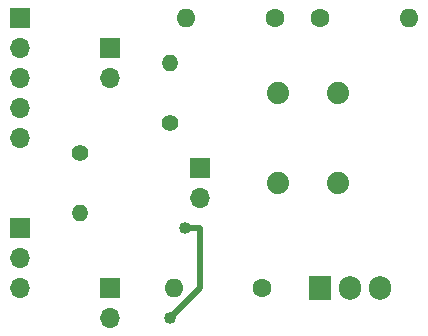
<source format=gbr>
%TF.GenerationSoftware,KiCad,Pcbnew,(6.0.4-0)*%
%TF.CreationDate,2022-05-15T14:18:18+03:00*%
%TF.ProjectId,Untitled,556e7469-746c-4656-942e-6b696361645f,rev?*%
%TF.SameCoordinates,Original*%
%TF.FileFunction,Copper,L1,Top*%
%TF.FilePolarity,Positive*%
%FSLAX46Y46*%
G04 Gerber Fmt 4.6, Leading zero omitted, Abs format (unit mm)*
G04 Created by KiCad (PCBNEW (6.0.4-0)) date 2022-05-15 14:18:18*
%MOMM*%
%LPD*%
G01*
G04 APERTURE LIST*
%TA.AperFunction,ComponentPad*%
%ADD10C,1.600000*%
%TD*%
%TA.AperFunction,ComponentPad*%
%ADD11O,1.600000X1.600000*%
%TD*%
%TA.AperFunction,ComponentPad*%
%ADD12R,1.905000X2.000000*%
%TD*%
%TA.AperFunction,ComponentPad*%
%ADD13O,1.905000X2.000000*%
%TD*%
%TA.AperFunction,ComponentPad*%
%ADD14C,1.400000*%
%TD*%
%TA.AperFunction,ComponentPad*%
%ADD15O,1.400000X1.400000*%
%TD*%
%TA.AperFunction,ComponentPad*%
%ADD16R,1.700000X1.700000*%
%TD*%
%TA.AperFunction,ComponentPad*%
%ADD17O,1.700000X1.700000*%
%TD*%
%TA.AperFunction,ComponentPad*%
%ADD18C,1.879600*%
%TD*%
%TA.AperFunction,ViaPad*%
%ADD19C,1.016000*%
%TD*%
%TA.AperFunction,Conductor*%
%ADD20C,0.508000*%
%TD*%
G04 APERTURE END LIST*
D10*
%TO.P,C1,1*%
%TO.N,Net-(C1-Pad1)*%
X111930000Y-76200000D03*
D11*
%TO.P,C1,2*%
%TO.N,GND*%
X104430000Y-76200000D03*
%TD*%
D12*
%TO.P,Q1,1,G*%
%TO.N,Net-(Q1-Pad1)*%
X116840000Y-76200000D03*
D13*
%TO.P,Q1,2,D*%
%TO.N,Net-(C3-Pad1)*%
X119380000Y-76200000D03*
%TO.P,Q1,3,S*%
%TO.N,GND*%
X121920000Y-76200000D03*
%TD*%
D14*
%TO.P,R2,1*%
%TO.N,Net-(C1-Pad1)*%
X104140000Y-62230000D03*
D15*
%TO.P,R2,2*%
%TO.N,Net-(C2-Pad1)*%
X104140000Y-57150000D03*
%TD*%
D14*
%TO.P,R1,1*%
%TO.N,Net-(J1-Pad3)*%
X96520000Y-64770000D03*
D15*
%TO.P,R1,2*%
%TO.N,Net-(Q1-Pad1)*%
X96520000Y-69850000D03*
%TD*%
D16*
%TO.P,J5,1,1*%
%TO.N,Net-(C3-Pad2)*%
X99060000Y-55880000D03*
D17*
%TO.P,J5,2,2*%
%TO.N,GND*%
X99060000Y-58420000D03*
%TD*%
%TO.P,J4,2,2*%
%TO.N,GND*%
X106680000Y-68580000D03*
D16*
%TO.P,J4,1,1*%
%TO.N,Net-(C2-Pad1)*%
X106680000Y-66040000D03*
%TD*%
%TO.P,J3,1,1*%
%TO.N,Net-(C3-Pad1)*%
X99060000Y-76200000D03*
D17*
%TO.P,J3,2,2*%
%TO.N,Net-(C3-Pad2)*%
X99060000Y-78740000D03*
%TD*%
D16*
%TO.P,J2,1,1*%
%TO.N,VCC*%
X91440000Y-71120000D03*
D17*
%TO.P,J2,2,2*%
%TO.N,Net-(J1-Pad1)*%
X91440000Y-73660000D03*
%TO.P,J2,3,3*%
%TO.N,GND*%
X91440000Y-76200000D03*
%TD*%
D16*
%TO.P,J1,1,1*%
%TO.N,Net-(J1-Pad1)*%
X91440000Y-53345000D03*
D17*
%TO.P,J1,2,2*%
%TO.N,Net-(C1-Pad1)*%
X91440000Y-55885000D03*
%TO.P,J1,3,3*%
%TO.N,Net-(J1-Pad3)*%
X91440000Y-58425000D03*
%TO.P,J1,4,4*%
%TO.N,GND*%
X91440000Y-60965000D03*
%TO.P,J1,5,5*%
%TO.N,VCC*%
X91440000Y-63505000D03*
%TD*%
D18*
%TO.P,D2,A,A*%
%TO.N,Net-(C3-Pad1)*%
X118340000Y-67310000D03*
%TO.P,D2,C,C*%
%TO.N,Net-(C3-Pad2)*%
X118340000Y-59690000D03*
%TD*%
%TO.P,D1,A,A*%
%TO.N,GND*%
X113260000Y-67310000D03*
%TO.P,D1,C,C*%
%TO.N,Net-(C2-Pad1)*%
X113260000Y-59690000D03*
%TD*%
D11*
%TO.P,C3,2*%
%TO.N,Net-(C3-Pad2)*%
X124340000Y-53340000D03*
D10*
%TO.P,C3,1*%
%TO.N,Net-(C3-Pad1)*%
X116840000Y-53340000D03*
%TD*%
D11*
%TO.P,C2,2*%
%TO.N,GND*%
X105470000Y-53340000D03*
D10*
%TO.P,C2,1*%
%TO.N,Net-(C2-Pad1)*%
X112970000Y-53340000D03*
%TD*%
D19*
%TO.N,GND*%
X105410000Y-71120000D03*
X104140000Y-78740000D03*
%TD*%
D20*
%TO.N,GND*%
X104140000Y-78740000D02*
X106680000Y-76200000D01*
X106680000Y-76200000D02*
X106680000Y-71120000D01*
X106680000Y-71120000D02*
X105410000Y-71120000D01*
%TD*%
M02*

</source>
